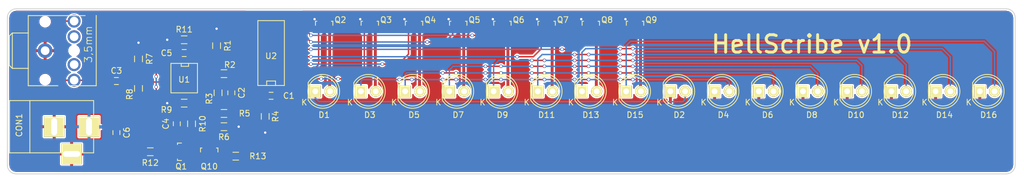
<source format=kicad_pcb>
(kicad_pcb (version 4) (host pcbnew 4.0.2-stable)
  (layers (0 F.Cu signal) (31 B.Cu signal) (34 B.Paste user) (35 F.Paste user) (36 B.SilkS user) (37 F.SilkS user) (38 B.Mask user) (39 F.Mask user) (44 Edge.Cuts user))
  (net 0 "")
  (net 1 VDD)
  (net 2 GND)
  (net 3 "Net-(C2-Pad2)")
  (net 4 "Net-(C3-Pad1)")
  (net 5 "Net-(C3-Pad2)")
  (net 6 "Net-(C4-Pad2)")
  (net 7 "Net-(C5-Pad2)")
  (net 8 +12V)
  (net 9 "Net-(D1-Pad1)")
  (net 10 "Net-(D1-Pad2)")
  (net 11 "Net-(D10-Pad1)")
  (net 12 "Net-(D3-Pad1)")
  (net 13 "Net-(D3-Pad2)")
  (net 14 "Net-(D5-Pad1)")
  (net 15 "Net-(D5-Pad2)")
  (net 16 "Net-(D7-Pad1)")
  (net 17 "Net-(D7-Pad2)")
  (net 18 "Net-(D10-Pad2)")
  (net 19 "Net-(D9-Pad2)")
  (net 20 "Net-(D11-Pad1)")
  (net 21 "Net-(D11-Pad2)")
  (net 22 "Net-(D13-Pad1)")
  (net 23 "Net-(D13-Pad2)")
  (net 24 "Net-(D15-Pad1)")
  (net 25 "Net-(D15-Pad2)")
  (net 26 "Net-(J1-Pad3)")
  (net 27 "Net-(J1-Pad4)")
  (net 28 "Net-(Q1-Pad1)")
  (net 29 "Net-(Q2-Pad1)")
  (net 30 "Net-(Q3-Pad1)")
  (net 31 "Net-(Q4-Pad1)")
  (net 32 "Net-(Q5-Pad1)")
  (net 33 "Net-(Q6-Pad1)")
  (net 34 "Net-(Q7-Pad1)")
  (net 35 "Net-(Q8-Pad1)")
  (net 36 "Net-(Q9-Pad1)")
  (net 37 "Net-(R1-Pad2)")
  (net 38 "Net-(R3-Pad1)")
  (net 39 "Net-(U2-Pad12)")
  (net 40 "Net-(Q1-Pad3)")
  (module Capacitors_SMD:C_0603_HandSoldering (layer F.Cu) (at 78.486 113.03)
    (fp_text reference C1 (at 3.048 0) (layer F.SilkS))
    (fp_text value 0.1uF)
    (pad 1 smd rect (at -0.95 0) (size 1.2 0.75) (layers F.Cu F.Paste F.Mask) (net 1 VDD))
    (pad 2 smd rect (at 0.95 0) (size 1.2 0.75) (layers F.Cu F.Paste F.Mask) (net 2 GND))
  )
  (module Capacitors_SMD:C_0603_HandSoldering (layer F.Cu) (at 71.628 112.522 90)
    (fp_text reference C2 (at 0 1.778 90) (layer F.SilkS))
    (fp_text value 2.2nF)
    (pad 1 smd rect (at -0.95 0 90) (size 1.2 0.75) (layers F.Cu F.Paste F.Mask) (net 2 GND))
    (pad 2 smd rect (at 0.95 0 90) (size 1.2 0.75) (layers F.Cu F.Paste F.Mask) (net 3 "Net-(C2-Pad2)"))
  )
  (module Capacitors_SMD:C_0603_HandSoldering (layer F.Cu) (at 51.816 110.49 180)
    (fp_text reference C3 (at 0 1.778 180) (layer F.SilkS))
    (fp_text value 0.1uF)
    (pad 1 smd rect (at -0.95 0 180) (size 1.2 0.75) (layers F.Cu F.Paste F.Mask) (net 4 "Net-(C3-Pad1)"))
    (pad 2 smd rect (at 0.95 0 180) (size 1.2 0.75) (layers F.Cu F.Paste F.Mask) (net 5 "Net-(C3-Pad2)"))
  )
  (module Capacitors_SMD:C_0603_HandSoldering (layer F.Cu) (at 62.23 117.856 90)
    (fp_text reference C4 (at 0 -1.9 90) (layer F.SilkS))
    (fp_text value 0.1uF)
    (pad 1 smd rect (at -0.95 0 90) (size 1.2 0.75) (layers F.Cu F.Paste F.Mask) (net 2 GND))
    (pad 2 smd rect (at 0.95 0 90) (size 1.2 0.75) (layers F.Cu F.Paste F.Mask) (net 6 "Net-(C4-Pad2)"))
  )
  (module Capacitors_SMD:C_0603_HandSoldering (layer F.Cu) (at 63.5 105.664)
    (fp_text reference C5 (at -3.048 0) (layer F.SilkS))
    (fp_text value 0.1uF)
    (pad 1 smd rect (at -0.95 0) (size 1.2 0.75) (layers F.Cu F.Paste F.Mask) (net 2 GND))
    (pad 2 smd rect (at 0.95 0) (size 1.2 0.75) (layers F.Cu F.Paste F.Mask) (net 7 "Net-(C5-Pad2)"))
  )
  (module Capacitors_SMD:C_0603_HandSoldering (layer F.Cu) (at 51.816 119.38 90)
    (fp_text reference C6 (at 0 1.778 90) (layer F.SilkS))
    (fp_text value 0.1uF)
    (pad 1 smd rect (at -0.95 0 90) (size 1.2 0.75) (layers F.Cu F.Paste F.Mask) (net 2 GND))
    (pad 2 smd rect (at 0.95 0 90) (size 1.2 0.75) (layers F.Cu F.Paste F.Mask) (net 8 +12V))
  )
  (module Connect:BARREL_JACK (layer F.Cu) (at 40.894 118.364)
    (fp_text reference CON1 (at -5.842 -0.254 270) (layer F.SilkS))
    (fp_text value +12v)
    (pad 1 thru_hole rect (at 6.20014 0) (size 3.50012 3.50012) (drill oval 1.00076 2.99974) (layers *.Cu *.Mask F.SilkS) (net 8 +12V))
    (pad 2 thru_hole rect (at 0.20066 0) (size 3.50012 3.50012) (drill oval 1.00076 2.99974) (layers *.Cu *.Mask F.SilkS) (net 2 GND))
    (pad 3 thru_hole rect (at 3.2004 4.699) (size 3.50012 3.50012) (drill oval 2.99974 1.00076) (layers *.Cu *.Mask F.SilkS) (net 2 GND))
  )
  (module LEDs:LED-5MM (layer F.Cu) (at 86.106 112.268)
    (fp_text reference D1 (at 1.524 4.064) (layer F.SilkS))
    (fp_text value LED)
    (fp_text user K (at -1.905 1.905) (layer F.SilkS))
    (pad 1 thru_hole rect (at 0 0 90) (size 2 1.9) (drill 1.00076) (layers *.Cu *.Mask F.SilkS) (net 9 "Net-(D1-Pad1)"))
    (pad 2 thru_hole circle (at 2.54 0) (size 1.9 1.9) (drill 1.00076) (layers *.Cu *.Mask F.SilkS) (net 10 "Net-(D1-Pad2)"))
  )
  (module LEDs:LED-5MM (layer F.Cu) (at 147.32 112.268)
    (fp_text reference D2 (at 1.524 4.064) (layer F.SilkS))
    (fp_text value LED)
    (fp_text user K (at -1.905 1.905) (layer F.SilkS))
    (pad 1 thru_hole rect (at 0 0 90) (size 2 1.9) (drill 1.00076) (layers *.Cu *.Mask F.SilkS) (net 11 "Net-(D10-Pad1)"))
    (pad 2 thru_hole circle (at 2.54 0) (size 1.9 1.9) (drill 1.00076) (layers *.Cu *.Mask F.SilkS) (net 9 "Net-(D1-Pad1)"))
  )
  (module LEDs:LED-5MM (layer F.Cu) (at 93.98 112.268)
    (fp_text reference D3 (at 1.524 4.064) (layer F.SilkS))
    (fp_text value LED)
    (fp_text user K (at -1.905 1.905) (layer F.SilkS))
    (pad 1 thru_hole rect (at 0 0 90) (size 2 1.9) (drill 1.00076) (layers *.Cu *.Mask F.SilkS) (net 12 "Net-(D3-Pad1)"))
    (pad 2 thru_hole circle (at 2.54 0) (size 1.9 1.9) (drill 1.00076) (layers *.Cu *.Mask F.SilkS) (net 13 "Net-(D3-Pad2)"))
  )
  (module LEDs:LED-5MM (layer F.Cu) (at 154.94 112.268)
    (fp_text reference D4 (at 1.524 4.064) (layer F.SilkS))
    (fp_text value LED)
    (fp_text user K (at -1.905 1.905) (layer F.SilkS))
    (pad 1 thru_hole rect (at 0 0 90) (size 2 1.9) (drill 1.00076) (layers *.Cu *.Mask F.SilkS) (net 11 "Net-(D10-Pad1)"))
    (pad 2 thru_hole circle (at 2.54 0) (size 1.9 1.9) (drill 1.00076) (layers *.Cu *.Mask F.SilkS) (net 12 "Net-(D3-Pad1)"))
  )
  (module LEDs:LED-5MM (layer F.Cu) (at 101.6 112.268)
    (fp_text reference D5 (at 1.524 4.064) (layer F.SilkS))
    (fp_text value LED)
    (fp_text user K (at -1.905 1.905) (layer F.SilkS))
    (pad 1 thru_hole rect (at 0 0 90) (size 2 1.9) (drill 1.00076) (layers *.Cu *.Mask F.SilkS) (net 14 "Net-(D5-Pad1)"))
    (pad 2 thru_hole circle (at 2.54 0) (size 1.9 1.9) (drill 1.00076) (layers *.Cu *.Mask F.SilkS) (net 15 "Net-(D5-Pad2)"))
  )
  (module LEDs:LED-5MM (layer F.Cu) (at 162.56 112.268)
    (fp_text reference D6 (at 1.524 4.064) (layer F.SilkS))
    (fp_text value LED)
    (fp_text user K (at -1.905 1.905) (layer F.SilkS))
    (pad 1 thru_hole rect (at 0 0 90) (size 2 1.9) (drill 1.00076) (layers *.Cu *.Mask F.SilkS) (net 11 "Net-(D10-Pad1)"))
    (pad 2 thru_hole circle (at 2.54 0) (size 1.9 1.9) (drill 1.00076) (layers *.Cu *.Mask F.SilkS) (net 14 "Net-(D5-Pad1)"))
  )
  (module LEDs:LED-5MM (layer F.Cu) (at 109.22 112.268)
    (fp_text reference D7 (at 1.524 4.064) (layer F.SilkS))
    (fp_text value LED)
    (fp_text user K (at -1.905 1.905) (layer F.SilkS))
    (pad 1 thru_hole rect (at 0 0 90) (size 2 1.9) (drill 1.00076) (layers *.Cu *.Mask F.SilkS) (net 16 "Net-(D7-Pad1)"))
    (pad 2 thru_hole circle (at 2.54 0) (size 1.9 1.9) (drill 1.00076) (layers *.Cu *.Mask F.SilkS) (net 17 "Net-(D7-Pad2)"))
  )
  (module LEDs:LED-5MM (layer F.Cu) (at 170.18 112.268)
    (fp_text reference D8 (at 1.524 4.064) (layer F.SilkS))
    (fp_text value LED)
    (fp_text user K (at -1.905 1.905) (layer F.SilkS))
    (pad 1 thru_hole rect (at 0 0 90) (size 2 1.9) (drill 1.00076) (layers *.Cu *.Mask F.SilkS) (net 11 "Net-(D10-Pad1)"))
    (pad 2 thru_hole circle (at 2.54 0) (size 1.9 1.9) (drill 1.00076) (layers *.Cu *.Mask F.SilkS) (net 16 "Net-(D7-Pad1)"))
  )
  (module LEDs:LED-5MM (layer F.Cu) (at 116.84 112.268)
    (fp_text reference D9 (at 1.524 4.064) (layer F.SilkS))
    (fp_text value LED)
    (fp_text user K (at -1.905 1.905) (layer F.SilkS))
    (pad 1 thru_hole rect (at 0 0 90) (size 2 1.9) (drill 1.00076) (layers *.Cu *.Mask F.SilkS) (net 18 "Net-(D10-Pad2)"))
    (pad 2 thru_hole circle (at 2.54 0) (size 1.9 1.9) (drill 1.00076) (layers *.Cu *.Mask F.SilkS) (net 19 "Net-(D9-Pad2)"))
  )
  (module LEDs:LED-5MM (layer F.Cu) (at 177.8 112.268)
    (fp_text reference D10 (at 1.524 4.064) (layer F.SilkS))
    (fp_text value LED)
    (fp_text user K (at -1.905 1.905) (layer F.SilkS))
    (pad 1 thru_hole rect (at 0 0 90) (size 2 1.9) (drill 1.00076) (layers *.Cu *.Mask F.SilkS) (net 11 "Net-(D10-Pad1)"))
    (pad 2 thru_hole circle (at 2.54 0) (size 1.9 1.9) (drill 1.00076) (layers *.Cu *.Mask F.SilkS) (net 18 "Net-(D10-Pad2)"))
  )
  (module LEDs:LED-5MM (layer F.Cu) (at 124.46 112.268)
    (fp_text reference D11 (at 1.524 4.064) (layer F.SilkS))
    (fp_text value LED)
    (fp_text user K (at -1.905 1.905) (layer F.SilkS))
    (pad 1 thru_hole rect (at 0 0 90) (size 2 1.9) (drill 1.00076) (layers *.Cu *.Mask F.SilkS) (net 20 "Net-(D11-Pad1)"))
    (pad 2 thru_hole circle (at 2.54 0) (size 1.9 1.9) (drill 1.00076) (layers *.Cu *.Mask F.SilkS) (net 21 "Net-(D11-Pad2)"))
  )
  (module LEDs:LED-5MM (layer F.Cu) (at 185.42 112.268)
    (fp_text reference D12 (at 1.524 4.064) (layer F.SilkS))
    (fp_text value LED)
    (fp_text user K (at -1.905 1.905) (layer F.SilkS))
    (pad 1 thru_hole rect (at 0 0 90) (size 2 1.9) (drill 1.00076) (layers *.Cu *.Mask F.SilkS) (net 11 "Net-(D10-Pad1)"))
    (pad 2 thru_hole circle (at 2.54 0) (size 1.9 1.9) (drill 1.00076) (layers *.Cu *.Mask F.SilkS) (net 20 "Net-(D11-Pad1)"))
  )
  (module LEDs:LED-5MM (layer F.Cu) (at 132.08 112.268)
    (fp_text reference D13 (at 1.524 4.064) (layer F.SilkS))
    (fp_text value LED)
    (fp_text user K (at -1.905 1.905) (layer F.SilkS))
    (pad 1 thru_hole rect (at 0 0 90) (size 2 1.9) (drill 1.00076) (layers *.Cu *.Mask F.SilkS) (net 22 "Net-(D13-Pad1)"))
    (pad 2 thru_hole circle (at 2.54 0) (size 1.9 1.9) (drill 1.00076) (layers *.Cu *.Mask F.SilkS) (net 23 "Net-(D13-Pad2)"))
  )
  (module LEDs:LED-5MM (layer F.Cu) (at 193.04 112.268)
    (fp_text reference D14 (at 1.524 4.064) (layer F.SilkS))
    (fp_text value LED)
    (fp_text user K (at -1.905 1.905) (layer F.SilkS))
    (pad 1 thru_hole rect (at 0 0 90) (size 2 1.9) (drill 1.00076) (layers *.Cu *.Mask F.SilkS) (net 11 "Net-(D10-Pad1)"))
    (pad 2 thru_hole circle (at 2.54 0) (size 1.9 1.9) (drill 1.00076) (layers *.Cu *.Mask F.SilkS) (net 22 "Net-(D13-Pad1)"))
  )
  (module LEDs:LED-5MM (layer F.Cu) (at 139.7 112.268)
    (fp_text reference D15 (at 1.524 4.064) (layer F.SilkS))
    (fp_text value LED)
    (fp_text user K (at -1.905 1.905) (layer F.SilkS))
    (pad 1 thru_hole rect (at 0 0 90) (size 2 1.9) (drill 1.00076) (layers *.Cu *.Mask F.SilkS) (net 24 "Net-(D15-Pad1)"))
    (pad 2 thru_hole circle (at 2.54 0) (size 1.9 1.9) (drill 1.00076) (layers *.Cu *.Mask F.SilkS) (net 25 "Net-(D15-Pad2)"))
  )
  (module LEDs:LED-5MM (layer F.Cu) (at 200.66 112.268)
    (fp_text reference D16 (at 1.524 4.064) (layer F.SilkS))
    (fp_text value LED)
    (fp_text user K (at -1.905 1.905) (layer F.SilkS))
    (pad 1 thru_hole rect (at 0 0 90) (size 2 1.9) (drill 1.00076) (layers *.Cu *.Mask F.SilkS) (net 11 "Net-(D10-Pad1)"))
    (pad 2 thru_hole circle (at 2.54 0) (size 1.9 1.9) (drill 1.00076) (layers *.Cu *.Mask F.SilkS) (net 24 "Net-(D15-Pad1)"))
  )
  (module STX3100-5N:STX3100 (layer F.Cu) (at 36.83 105.156)
    (fp_text reference J1)
    (fp_text value STX-3100-5N)
    (fp_text user 3,5mm (at 10.15492 -0.98044 90) (layer F.SilkS) (effects (font (size 1.27 1.27) (thickness 0.127))))
    (pad Hole np_thru_hole circle (at 2.69748 -4.89966) (size 1.4986 1.4986) (drill 1.4986) (layers *.Cu *.Mask F.SilkS))
    (pad Hole np_thru_hole circle (at 2.69748 5.09778) (size 1.4986 1.4986) (drill 1.4986) (layers *.Cu *.Mask F.SilkS))
    (pad Hole np_thru_hole circle (at 7.69874 0.09906) (size 1.4986 1.4986) (drill 1.4986) (layers *.Cu *.Mask F.SilkS))
    (pad 1 thru_hole oval (at 2.69748 0.09906) (size 2.54 2.54) (drill 1.4986) (layers *.Cu *.Mask) (net 2 GND))
    (pad 3 thru_hole oval (at 7.69874 -2.2987) (size 2.2479 2.2479) (drill 1.4986) (layers *.Cu *.Mask) (net 26 "Net-(J1-Pad3)"))
    (pad 4 thru_hole oval (at 7.69874 2.49936) (size 2.2479 2.2479) (drill 1.4986) (layers *.Cu *.Mask) (net 27 "Net-(J1-Pad4)"))
    (pad 5 thru_hole oval (at 7.69874 5.19938) (size 2.2479 2.2479) (drill 1.4986) (layers *.Cu *.Mask) (net 5 "Net-(C3-Pad2)"))
    (pad 2 thru_hole oval (at 7.69874 -4.99872) (size 2.2479 2.2479) (drill 1.4986) (layers *.Cu *.Mask) (net 5 "Net-(C3-Pad2)"))
  )
  (module TO_SOT_Packages_SMD:SOT-23 (layer F.Cu) (at 87.63 100.838)
    (fp_text reference Q2 (at 2.794 -0.889) (layer F.SilkS))
    (fp_text value Q_PMOS_GSD)
    (pad 1 smd rect (at -0.95 1.00076) (size 0.8001 0.8001) (layers F.Cu F.Paste F.Mask) (net 29 "Net-(Q2-Pad1)"))
    (pad 2 smd rect (at 0.95 1.00076) (size 0.8001 0.8001) (layers F.Cu F.Paste F.Mask) (net 10 "Net-(D1-Pad2)"))
    (pad 3 smd rect (at 0 -0.99822) (size 0.8001 0.8001) (layers F.Cu F.Paste F.Mask) (net 8 +12V))
  )
  (module TO_SOT_Packages_SMD:SOT-23 (layer F.Cu) (at 95.504 100.838)
    (fp_text reference Q3 (at 2.794 -0.889) (layer F.SilkS))
    (fp_text value Q_PMOS_GSD)
    (pad 1 smd rect (at -0.95 1.00076) (size 0.8001 0.8001) (layers F.Cu F.Paste F.Mask) (net 30 "Net-(Q3-Pad1)"))
    (pad 2 smd rect (at 0.95 1.00076) (size 0.8001 0.8001) (layers F.Cu F.Paste F.Mask) (net 13 "Net-(D3-Pad2)"))
    (pad 3 smd rect (at 0 -0.99822) (size 0.8001 0.8001) (layers F.Cu F.Paste F.Mask) (net 8 +12V))
  )
  (module TO_SOT_Packages_SMD:SOT-23 (layer F.Cu) (at 103.124 100.838)
    (fp_text reference Q4 (at 2.794 -0.889) (layer F.SilkS))
    (fp_text value Q_PMOS_GSD)
    (pad 1 smd rect (at -0.95 1.00076) (size 0.8001 0.8001) (layers F.Cu F.Paste F.Mask) (net 31 "Net-(Q4-Pad1)"))
    (pad 2 smd rect (at 0.95 1.00076) (size 0.8001 0.8001) (layers F.Cu F.Paste F.Mask) (net 15 "Net-(D5-Pad2)"))
    (pad 3 smd rect (at 0 -0.99822) (size 0.8001 0.8001) (layers F.Cu F.Paste F.Mask) (net 8 +12V))
  )
  (module TO_SOT_Packages_SMD:SOT-23 (layer F.Cu) (at 110.744 100.838)
    (fp_text reference Q5 (at 2.794 -0.889) (layer F.SilkS))
    (fp_text value Q_PMOS_GSD)
    (pad 1 smd rect (at -0.95 1.00076) (size 0.8001 0.8001) (layers F.Cu F.Paste F.Mask) (net 32 "Net-(Q5-Pad1)"))
    (pad 2 smd rect (at 0.95 1.00076) (size 0.8001 0.8001) (layers F.Cu F.Paste F.Mask) (net 17 "Net-(D7-Pad2)"))
    (pad 3 smd rect (at 0 -0.99822) (size 0.8001 0.8001) (layers F.Cu F.Paste F.Mask) (net 8 +12V))
  )
  (module TO_SOT_Packages_SMD:SOT-23 (layer F.Cu) (at 118.364 100.838)
    (fp_text reference Q6 (at 2.794 -0.889) (layer F.SilkS))
    (fp_text value Q_PMOS_GSD)
    (pad 1 smd rect (at -0.95 1.00076) (size 0.8001 0.8001) (layers F.Cu F.Paste F.Mask) (net 33 "Net-(Q6-Pad1)"))
    (pad 2 smd rect (at 0.95 1.00076) (size 0.8001 0.8001) (layers F.Cu F.Paste F.Mask) (net 19 "Net-(D9-Pad2)"))
    (pad 3 smd rect (at 0 -0.99822) (size 0.8001 0.8001) (layers F.Cu F.Paste F.Mask) (net 8 +12V))
  )
  (module TO_SOT_Packages_SMD:SOT-23 (layer F.Cu) (at 125.984 100.838)
    (fp_text reference Q7 (at 2.794 -0.889) (layer F.SilkS))
    (fp_text value Q_PMOS_GSD)
    (pad 1 smd rect (at -0.95 1.00076) (size 0.8001 0.8001) (layers F.Cu F.Paste F.Mask) (net 34 "Net-(Q7-Pad1)"))
    (pad 2 smd rect (at 0.95 1.00076) (size 0.8001 0.8001) (layers F.Cu F.Paste F.Mask) (net 21 "Net-(D11-Pad2)"))
    (pad 3 smd rect (at 0 -0.99822) (size 0.8001 0.8001) (layers F.Cu F.Paste F.Mask) (net 8 +12V))
  )
  (module TO_SOT_Packages_SMD:SOT-23 (layer F.Cu) (at 133.604 100.838)
    (fp_text reference Q8 (at 2.794 -0.889) (layer F.SilkS))
    (fp_text value Q_PMOS_GSD)
    (pad 1 smd rect (at -0.95 1.00076) (size 0.8001 0.8001) (layers F.Cu F.Paste F.Mask) (net 35 "Net-(Q8-Pad1)"))
    (pad 2 smd rect (at 0.95 1.00076) (size 0.8001 0.8001) (layers F.Cu F.Paste F.Mask) (net 23 "Net-(D13-Pad2)"))
    (pad 3 smd rect (at 0 -0.99822) (size 0.8001 0.8001) (layers F.Cu F.Paste F.Mask) (net 8 +12V))
  )
  (module TO_SOT_Packages_SMD:SOT-23 (layer F.Cu) (at 141.224 100.838)
    (fp_text reference Q9 (at 2.794 -0.889) (layer F.SilkS))
    (fp_text value Q_PMOS_GSD)
    (pad 1 smd rect (at -0.95 1.00076) (size 0.8001 0.8001) (layers F.Cu F.Paste F.Mask) (net 36 "Net-(Q9-Pad1)"))
    (pad 2 smd rect (at 0.95 1.00076) (size 0.8001 0.8001) (layers F.Cu F.Paste F.Mask) (net 25 "Net-(D15-Pad2)"))
    (pad 3 smd rect (at 0 -0.99822) (size 0.8001 0.8001) (layers F.Cu F.Paste F.Mask) (net 8 +12V))
  )
  (module Resistors_SMD:R_0603_HandSoldering (layer F.Cu) (at 69.088 104.394 270)
    (fp_text reference R1 (at 0 -1.9 270) (layer F.SilkS))
    (fp_text value 1k)
    (pad 1 smd rect (at -1.1 0 270) (size 1.2 0.9) (layers F.Cu F.Paste F.Mask) (net 8 +12V))
    (pad 2 smd rect (at 1.1 0 270) (size 1.2 0.9) (layers F.Cu F.Paste F.Mask) (net 37 "Net-(R1-Pad2)"))
  )
  (module Resistors_SMD:R_0603_HandSoldering (layer F.Cu) (at 70.358 109.22)
    (fp_text reference R2 (at 1.016 -1.524) (layer F.SilkS))
    (fp_text value 2.4M)
    (pad 1 smd rect (at -1.1 0) (size 1.2 0.9) (layers F.Cu F.Paste F.Mask) (net 37 "Net-(R1-Pad2)"))
    (pad 2 smd rect (at 1.1 0) (size 1.2 0.9) (layers F.Cu F.Paste F.Mask) (net 3 "Net-(C2-Pad2)"))
  )
  (module Resistors_SMD:R_0603_HandSoldering (layer F.Cu) (at 69.342 112.522 90)
    (fp_text reference R3 (at -1.016 -1.524 90) (layer F.SilkS))
    (fp_text value 10k)
    (pad 1 smd rect (at -1.1 0 90) (size 1.2 0.9) (layers F.Cu F.Paste F.Mask) (net 38 "Net-(R3-Pad1)"))
    (pad 2 smd rect (at 1.1 0 90) (size 1.2 0.9) (layers F.Cu F.Paste F.Mask) (net 37 "Net-(R1-Pad2)"))
  )
  (module Resistors_SMD:R_0603_HandSoldering (layer F.Cu) (at 77.47 116.586 90)
    (fp_text reference R4 (at 0 1.778 90) (layer F.SilkS))
    (fp_text value 100)
    (pad 1 smd rect (at -1.1 0 90) (size 1.2 0.9) (layers F.Cu F.Paste F.Mask) (net 8 +12V))
    (pad 2 smd rect (at 1.1 0 90) (size 1.2 0.9) (layers F.Cu F.Paste F.Mask) (net 1 VDD))
  )
  (module Resistors_SMD:R_0603_HandSoldering (layer F.Cu) (at 70.358 116.078 180)
    (fp_text reference R5 (at -3.556 0 180) (layer F.SilkS))
    (fp_text value 10k)
    (pad 1 smd rect (at -1.1 0 180) (size 1.2 0.9) (layers F.Cu F.Paste F.Mask) (net 2 GND))
    (pad 2 smd rect (at 1.1 0 180) (size 1.2 0.9) (layers F.Cu F.Paste F.Mask) (net 38 "Net-(R3-Pad1)"))
  )
  (module Resistors_SMD:R_0603_HandSoldering (layer F.Cu) (at 70.358 118.364)
    (fp_text reference R6 (at 0 1.778) (layer F.SilkS))
    (fp_text value 10k)
    (pad 1 smd rect (at -1.1 0) (size 1.2 0.9) (layers F.Cu F.Paste F.Mask) (net 38 "Net-(R3-Pad1)"))
    (pad 2 smd rect (at 1.1 0) (size 1.2 0.9) (layers F.Cu F.Paste F.Mask) (net 8 +12V))
  )
  (module Resistors_SMD:R_0603_HandSoldering (layer F.Cu) (at 55.626 106.68 270)
    (fp_text reference R7 (at 0 -1.9 270) (layer F.SilkS))
    (fp_text value 10k)
    (pad 1 smd rect (at -1.1 0 270) (size 1.2 0.9) (layers F.Cu F.Paste F.Mask) (net 8 +12V))
    (pad 2 smd rect (at 1.1 0 270) (size 1.2 0.9) (layers F.Cu F.Paste F.Mask) (net 4 "Net-(C3-Pad1)"))
  )
  (module Resistors_SMD:R_0603_HandSoldering (layer F.Cu) (at 55.626 111.76 270)
    (fp_text reference R8 (at 1.016 1.524 270) (layer F.SilkS))
    (fp_text value 10k)
    (pad 1 smd rect (at -1.1 0 270) (size 1.2 0.9) (layers F.Cu F.Paste F.Mask) (net 4 "Net-(C3-Pad1)"))
    (pad 2 smd rect (at 1.1 0 270) (size 1.2 0.9) (layers F.Cu F.Paste F.Mask) (net 2 GND))
  )
  (module Resistors_SMD:R_0603_HandSoldering (layer F.Cu) (at 63.5 114.3 180)
    (fp_text reference R9 (at 3.048 -1.143 180) (layer F.SilkS))
    (fp_text value 10k)
    (pad 1 smd rect (at -1.1 0 180) (size 1.2 0.9) (layers F.Cu F.Paste F.Mask) (net 6 "Net-(C4-Pad2)"))
    (pad 2 smd rect (at 1.1 0 180) (size 1.2 0.9) (layers F.Cu F.Paste F.Mask) (net 8 +12V))
  )
  (module Resistors_SMD:R_0603_HandSoldering (layer F.Cu) (at 64.77 117.856 270)
    (fp_text reference R10 (at 0 -1.9 270) (layer F.SilkS))
    (fp_text value 11k)
    (pad 1 smd rect (at -1.1 0 270) (size 1.2 0.9) (layers F.Cu F.Paste F.Mask) (net 6 "Net-(C4-Pad2)"))
    (pad 2 smd rect (at 1.1 0 270) (size 1.2 0.9) (layers F.Cu F.Paste F.Mask) (net 2 GND))
  )
  (module Resistors_SMD:R_0603_HandSoldering (layer F.Cu) (at 63.5 103.378)
    (fp_text reference R11 (at 0 -1.778) (layer F.SilkS))
    (fp_text value 100)
    (pad 1 smd rect (at -1.1 0) (size 1.2 0.9) (layers F.Cu F.Paste F.Mask) (net 8 +12V))
    (pad 2 smd rect (at 1.1 0) (size 1.2 0.9) (layers F.Cu F.Paste F.Mask) (net 7 "Net-(C5-Pad2)"))
  )
  (module Resistors_SMD:R_0603_HandSoldering (layer F.Cu) (at 57.658 122.682 180)
    (fp_text reference R12 (at 0 -1.9 180) (layer F.SilkS))
    (fp_text value 2.2k)
    (pad 1 smd rect (at -1.1 0 180) (size 1.2 0.9) (layers F.Cu F.Paste F.Mask) (net 40 "Net-(Q1-Pad3)"))
    (pad 2 smd rect (at 1.1 0 180) (size 1.2 0.9) (layers F.Cu F.Paste F.Mask) (net 8 +12V))
  )
  (module SMD_Packages:SOIC-8-N (layer F.Cu) (at 63.5 109.982 270)
    (fp_text reference U1 (at 0.254 0 360) (layer F.SilkS))
    (fp_text value LM393)
    (pad 8 smd rect (at -1.905 -3.175 270) (size 0.508 1.143) (layers F.Cu F.Paste F.Mask) (net 7 "Net-(C5-Pad2)"))
    (pad 7 smd rect (at -0.635 -3.175 270) (size 0.508 1.143) (layers F.Cu F.Paste F.Mask) (net 37 "Net-(R1-Pad2)"))
    (pad 6 smd rect (at 0.635 -3.175 270) (size 0.508 1.143) (layers F.Cu F.Paste F.Mask) (net 3 "Net-(C2-Pad2)"))
    (pad 5 smd rect (at 1.905 -3.175 270) (size 0.508 1.143) (layers F.Cu F.Paste F.Mask) (net 38 "Net-(R3-Pad1)"))
    (pad 4 smd rect (at 1.905 3.175 270) (size 0.508 1.143) (layers F.Cu F.Paste F.Mask) (net 2 GND))
    (pad 3 smd rect (at 0.635 3.175 270) (size 0.508 1.143) (layers F.Cu F.Paste F.Mask) (net 4 "Net-(C3-Pad1)"))
    (pad 2 smd rect (at -0.635 3.175 270) (size 0.508 1.143) (layers F.Cu F.Paste F.Mask) (net 6 "Net-(C4-Pad2)"))
    (pad 1 smd rect (at -1.905 3.175 270) (size 0.508 1.143) (layers F.Cu F.Paste F.Mask) (net 40 "Net-(Q1-Pad3)"))
  )
  (module SMD_Packages:SO-16-N (layer F.Cu) (at 78.486 105.664 90)
    (fp_text reference U2 (at -0.508 0 360) (layer F.SilkS))
    (fp_text value CD4022)
    (pad 16 smd rect (at -4.445 -3.175 90) (size 0.508 1.143) (layers F.Cu F.Paste F.Mask) (net 1 VDD))
    (pad 14 smd rect (at -1.905 -3.175 90) (size 0.508 1.143) (layers F.Cu F.Paste F.Mask) (net 37 "Net-(R1-Pad2)"))
    (pad 13 smd rect (at -0.635 -3.175 90) (size 0.508 1.143) (layers F.Cu F.Paste F.Mask) (net 2 GND))
    (pad 12 smd rect (at 0.635 -3.175 90) (size 0.508 1.143) (layers F.Cu F.Paste F.Mask) (net 39 "Net-(U2-Pad12)"))
    (pad 11 smd rect (at 1.905 -3.175 90) (size 0.508 1.143) (layers F.Cu F.Paste F.Mask) (net 33 "Net-(Q6-Pad1)"))
    (pad 10 smd rect (at 3.175 -3.175 90) (size 0.508 1.143) (layers F.Cu F.Paste F.Mask) (net 36 "Net-(Q9-Pad1)"))
    (pad 9 smd rect (at 4.445 -3.175 90) (size 0.508 1.143) (layers F.Cu F.Paste F.Mask))
    (pad 8 smd rect (at 4.445 3.175 90) (size 0.508 1.143) (layers F.Cu F.Paste F.Mask) (net 2 GND))
    (pad 7 smd rect (at 3.175 3.175 90) (size 0.508 1.143) (layers F.Cu F.Paste F.Mask) (net 32 "Net-(Q5-Pad1)"))
    (pad 6 smd rect (at 1.905 3.175 90) (size 0.508 1.143) (layers F.Cu F.Paste F.Mask))
    (pad 5 smd rect (at 0.635 3.175 90) (size 0.508 1.143) (layers F.Cu F.Paste F.Mask) (net 35 "Net-(Q8-Pad1)"))
    (pad 4 smd rect (at -0.635 3.175 90) (size 0.508 1.143) (layers F.Cu F.Paste F.Mask) (net 34 "Net-(Q7-Pad1)"))
    (pad 3 smd rect (at -1.905 3.175 90) (size 0.508 1.143) (layers F.Cu F.Paste F.Mask) (net 31 "Net-(Q4-Pad1)"))
    (pad 2 smd rect (at -3.175 3.175 90) (size 0.508 1.143) (layers F.Cu F.Paste F.Mask) (net 29 "Net-(Q2-Pad1)"))
    (pad 1 smd rect (at -4.445 3.175 90) (size 0.508 1.143) (layers F.Cu F.Paste F.Mask) (net 30 "Net-(Q3-Pad1)"))
    (pad 15 smd rect (at -3.175 -3.175 90) (size 0.508 1.143) (layers F.Cu F.Paste F.Mask) (net 2 GND))
  )
  (module SOT-23 (layer F.Cu) (at 67.818 122.682)
    (fp_text reference Q10 (at 0 2.54) (layer F.SilkS))
    (fp_text value 2N3904)
    (pad 1 smd rect (at -0.95 1.00076) (size 0.8001 0.8001) (layers F.Cu F.Paste F.Mask) (net 40 "Net-(Q1-Pad3)"))
    (pad 2 smd rect (at 0.95 1.00076) (size 0.8001 0.8001) (layers F.Cu F.Paste F.Mask) (net 28 "Net-(Q1-Pad1)"))
    (pad 3 smd rect (at 0 -0.99822) (size 0.8001 0.8001) (layers F.Cu F.Paste F.Mask) (net 11 "Net-(D10-Pad1)"))
  )
  (module Resistors_SMD:R_0603_HandSoldering (layer F.Cu) (at 72.39 123.444)
    (fp_text reference R13 (at 3.81 0) (layer F.SilkS))
    (fp_text value 10)
    (pad 1 smd rect (at -1.1 0) (size 1.2 0.9) (layers F.Cu F.Paste F.Mask) (net 28 "Net-(Q1-Pad1)"))
    (pad 2 smd rect (at 1.1 0) (size 1.2 0.9) (layers F.Cu F.Paste F.Mask) (net 2 GND))
  )
  (module SOT-23 (layer F.Cu) (at 62.992 122.682 90)
    (fp_text reference Q1 (at -2.54 0 180) (layer F.SilkS))
    (fp_text value 2N3904)
    (pad 1 smd rect (at -0.95 1.00076 90) (size 0.8001 0.8001) (layers F.Cu F.Paste F.Mask) (net 28 "Net-(Q1-Pad1)"))
    (pad 2 smd rect (at 0.95 1.00076 90) (size 0.8001 0.8001) (layers F.Cu F.Paste F.Mask) (net 2 GND))
    (pad 3 smd rect (at 0 -0.99822 90) (size 0.8001 0.8001) (layers F.Cu F.Paste F.Mask) (net 40 "Net-(Q1-Pad3)"))
  )
  (gr_text "HellScribe v1.0" (at 171.704 104.14) (layer F.SilkS) (effects (font (size 3 3) (thickness 0.5))))
  (gr_line (start 34.544 126.492) (end 205.232 126.492) (angle 90) (layer Edge.Cuts) (width 0.15))
  (gr_line (start 33.02 99.568) (end 33.02 124.968) (angle 90) (layer Edge.Cuts) (width 0.15))
  (gr_arc (start 34.544 124.968) (end 34.544 126.492) (angle 90) (layer Edge.Cuts) (width 0.15))
  (gr_line (start 34.544 98.044) (end 205.232 98.044) (angle 90) (layer Edge.Cuts) (width 0.15))
  (gr_arc (start 34.544 99.568) (end 33.02 99.568) (angle 90) (layer Edge.Cuts) (width 0.15))
  (gr_line (start 206.756 124.968) (end 206.756 99.568) (angle 90) (layer Edge.Cuts) (width 0.15))
  (gr_arc (start 205.232 124.968) (end 206.756 124.968) (angle 90) (layer Edge.Cuts) (width 0.15))
  (gr_arc (start 205.232 99.568) (end 205.232 98.044) (angle 90) (layer Edge.Cuts) (width 0.15))
  (segment (start 77.536 113.03) (end 75.946 113.03) (width 0.5) (layer F.Cu) (net 1))
  (segment (start 75.311 112.395) (end 75.311 110.109) (width 0.5) (layer F.Cu) (net 1))
  (segment (start 75.946 113.03) (end 75.311 112.395) (width 0.5) (layer F.Cu) (net 1))
  (segment (start 77.47 115.486) (end 77.47 113.096) (width 0.5) (layer F.Cu) (net 1))
  (segment (start 77.47 113.096) (end 77.536 113.03) (width 0.5) (layer F.Cu) (net 1))
  (segment (start 71.628 111.572) (end 71.628 112.268) (width 0.25) (layer F.Cu) (net 3))
  (segment (start 67.945 110.617) (end 66.675 110.617) (width 0.25) (layer F.Cu) (net 3))
  (segment (start 68.326 110.998) (end 67.945 110.617) (width 0.25) (layer F.Cu) (net 3))
  (segment (start 68.326 112.268) (end 68.326 110.998) (width 0.25) (layer F.Cu) (net 3))
  (segment (start 68.58 112.522) (end 68.326 112.268) (width 0.25) (layer F.Cu) (net 3))
  (segment (start 71.374 112.522) (end 68.58 112.522) (width 0.25) (layer F.Cu) (net 3))
  (segment (start 71.628 112.268) (end 71.374 112.522) (width 0.25) (layer F.Cu) (net 3))
  (segment (start 71.458 109.22) (end 71.458 111.402) (width 0.25) (layer F.Cu) (net 3))
  (segment (start 71.458 111.402) (end 71.628 111.572) (width 0.25) (layer F.Cu) (net 3))
  (segment (start 55.626 110.66) (end 60.282 110.66) (width 0.25) (layer F.Cu) (net 4))
  (segment (start 60.282 110.66) (end 60.325 110.617) (width 0.25) (layer F.Cu) (net 4))
  (segment (start 55.626 107.78) (end 55.626 110.66) (width 0.25) (layer F.Cu) (net 4))
  (segment (start 52.766 110.49) (end 55.456 110.49) (width 0.25) (layer F.Cu) (net 4))
  (segment (start 55.456 110.49) (end 55.626 110.66) (width 0.25) (layer F.Cu) (net 4))
  (segment (start 44.52874 100.15728) (end 42.71772 100.15728) (width 0.25) (layer F.Cu) (net 5))
  (segment (start 42.91838 110.35538) (end 44.52874 110.35538) (width 0.25) (layer F.Cu) (net 5))
  (segment (start 42.291 109.728) (end 42.91838 110.35538) (width 0.25) (layer F.Cu) (net 5))
  (segment (start 42.291 100.584) (end 42.291 109.728) (width 0.25) (layer F.Cu) (net 5))
  (segment (start 42.71772 100.15728) (end 42.291 100.584) (width 0.25) (layer F.Cu) (net 5))
  (segment (start 44.52874 110.35538) (end 50.73138 110.35538) (width 0.25) (layer F.Cu) (net 5))
  (segment (start 50.73138 110.35538) (end 50.866 110.49) (width 0.25) (layer F.Cu) (net 5))
  (segment (start 64.77 116.756) (end 62.38 116.756) (width 0.25) (layer F.Cu) (net 6))
  (segment (start 62.38 116.756) (end 62.23 116.906) (width 0.25) (layer F.Cu) (net 6))
  (segment (start 64.6 114.3) (end 64.6 116.586) (width 0.25) (layer F.Cu) (net 6))
  (segment (start 64.6 116.586) (end 64.77 116.756) (width 0.25) (layer F.Cu) (net 6))
  (segment (start 64.6 114.3) (end 64.6 110.066) (width 0.25) (layer F.Cu) (net 6))
  (segment (start 63.881 109.347) (end 60.325 109.347) (width 0.25) (layer F.Cu) (net 6))
  (segment (start 64.6 110.066) (end 63.881 109.347) (width 0.25) (layer F.Cu) (net 6))
  (segment (start 64.45 105.664) (end 66.04 105.664) (width 0.5) (layer F.Cu) (net 7))
  (segment (start 66.675 106.299) (end 66.675 108.077) (width 0.5) (layer F.Cu) (net 7))
  (segment (start 66.04 105.664) (end 66.675 106.299) (width 0.5) (layer F.Cu) (net 7))
  (segment (start 64.6 103.378) (end 64.6 105.514) (width 0.5) (layer F.Cu) (net 7))
  (segment (start 64.6 105.514) (end 64.45 105.664) (width 0.5) (layer F.Cu) (net 7))
  (segment (start 64.45 103.528) (end 64.6 103.378) (width 0.25) (layer F.Cu) (net 7))
  (segment (start 64.346 105.56) (end 64.45 105.664) (width 0.25) (layer F.Cu) (net 7))
  (segment (start 51.816 118.43) (end 54.61 118.43) (width 0.5) (layer F.Cu) (net 8))
  (segment (start 56.558 119.042) (end 55.946 118.43) (width 0.5) (layer F.Cu) (net 8))
  (segment (start 55.946 118.43) (end 54.61 118.43) (width 0.5) (layer F.Cu) (net 8))
  (segment (start 56.558 119.042) (end 56.558 122.682) (width 0.5) (layer F.Cu) (net 8))
  (segment (start 51.816 118.43) (end 47.16014 118.43) (width 0.5) (layer F.Cu) (net 8))
  (segment (start 47.16014 118.43) (end 47.09414 118.364) (width 0.5) (layer F.Cu) (net 8))
  (segment (start 55.626 105.58) (end 55.626 103.886) (width 0.5) (layer F.Cu) (net 8))
  (via (at 55.626 103.886) (size 0.6) (drill 0.4) (layers F.Cu B.Cu) (net 8))
  (segment (start 62.4 103.378) (end 60.579 103.378) (width 0.5) (layer F.Cu) (net 8))
  (via (at 60.579 103.378) (size 0.6) (drill 0.4) (layers F.Cu B.Cu) (net 8))
  (segment (start 69.088 103.294) (end 69.088 101.473) (width 0.5) (layer F.Cu) (net 8))
  (via (at 69.088 101.473) (size 0.6) (drill 0.4) (layers F.Cu B.Cu) (net 8))
  (segment (start 62.4 114.3) (end 60.579 114.3) (width 0.5) (layer F.Cu) (net 8))
  (via (at 60.579 114.3) (size 0.6) (drill 0.4) (layers F.Cu B.Cu) (net 8))
  (segment (start 77.47 117.686) (end 77.47 119.38) (width 0.5) (layer F.Cu) (net 8))
  (via (at 77.47 119.38) (size 0.6) (drill 0.4) (layers F.Cu B.Cu) (net 8))
  (segment (start 71.458 118.364) (end 72.898 118.364) (width 0.5) (layer F.Cu) (net 8))
  (via (at 72.898 118.364) (size 0.6) (drill 0.4) (layers F.Cu B.Cu) (net 8))
  (segment (start 87.63 99.83978) (end 85.99678 99.83978) (width 0.5) (layer F.Cu) (net 8))
  (via (at 85.979 99.822) (size 0.6) (drill 0.4) (layers F.Cu B.Cu) (net 8))
  (segment (start 85.99678 99.83978) (end 85.979 99.822) (width 0.5) (layer F.Cu) (net 8))
  (segment (start 95.504 99.83978) (end 93.87078 99.83978) (width 0.5) (layer F.Cu) (net 8))
  (via (at 93.853 99.822) (size 0.6) (drill 0.4) (layers F.Cu B.Cu) (net 8))
  (segment (start 93.87078 99.83978) (end 93.853 99.822) (width 0.5) (layer F.Cu) (net 8))
  (segment (start 103.124 99.83978) (end 101.49078 99.83978) (width 0.5) (layer F.Cu) (net 8))
  (via (at 101.473 99.822) (size 0.6) (drill 0.4) (layers F.Cu B.Cu) (net 8))
  (segment (start 101.49078 99.83978) (end 101.473 99.822) (width 0.5) (layer F.Cu) (net 8))
  (segment (start 110.744 99.83978) (end 109.11078 99.83978) (width 0.5) (layer F.Cu) (net 8))
  (via (at 109.093 99.822) (size 0.6) (drill 0.4) (layers F.Cu B.Cu) (net 8))
  (segment (start 109.11078 99.83978) (end 109.093 99.822) (width 0.5) (layer F.Cu) (net 8))
  (segment (start 118.364 99.83978) (end 116.73078 99.83978) (width 0.5) (layer F.Cu) (net 8))
  (via (at 116.713 99.822) (size 0.6) (drill 0.4) (layers F.Cu B.Cu) (net 8))
  (segment (start 116.73078 99.83978) (end 116.713 99.822) (width 0.5) (layer F.Cu) (net 8))
  (segment (start 125.984 99.83978) (end 124.35078 99.83978) (width 0.5) (layer F.Cu) (net 8))
  (via (at 124.333 99.822) (size 0.6) (drill 0.4) (layers F.Cu B.Cu) (net 8))
  (segment (start 124.35078 99.83978) (end 124.333 99.822) (width 0.5) (layer F.Cu) (net 8))
  (segment (start 141.224 99.83978) (end 139.59078 99.83978) (width 0.5) (layer F.Cu) (net 8))
  (via (at 139.573 99.822) (size 0.6) (drill 0.4) (layers F.Cu B.Cu) (net 8))
  (segment (start 139.59078 99.83978) (end 139.573 99.822) (width 0.5) (layer F.Cu) (net 8))
  (segment (start 133.604 99.83978) (end 131.97078 99.83978) (width 0.5) (layer F.Cu) (net 8))
  (via (at 131.953 99.822) (size 0.6) (drill 0.4) (layers F.Cu B.Cu) (net 8))
  (segment (start 131.97078 99.83978) (end 131.953 99.822) (width 0.5) (layer F.Cu) (net 8))
  (segment (start 149.86 112.268) (end 149.86 113.665) (width 0.25) (layer B.Cu) (net 9))
  (segment (start 86.106 113.411) (end 86.106 112.268) (width 0.25) (layer B.Cu) (net 9))
  (segment (start 86.741 114.046) (end 86.106 113.411) (width 0.25) (layer B.Cu) (net 9))
  (segment (start 149.479 114.046) (end 86.741 114.046) (width 0.25) (layer B.Cu) (net 9))
  (segment (start 149.86 113.665) (end 149.479 114.046) (width 0.25) (layer B.Cu) (net 9))
  (segment (start 88.58 101.83876) (end 88.58 112.202) (width 0.5) (layer F.Cu) (net 10))
  (segment (start 88.58 112.202) (end 88.646 112.268) (width 0.5) (layer F.Cu) (net 10))
  (segment (start 192.00622 121.68378) (end 199.62622 121.68378) (width 0.5) (layer F.Cu) (net 11))
  (segment (start 199.62622 121.68378) (end 200.66 120.65) (width 0.5) (layer F.Cu) (net 11))
  (segment (start 184.38622 121.68378) (end 192.00622 121.68378) (width 0.5) (layer F.Cu) (net 11))
  (segment (start 192.00622 121.68378) (end 193.04 120.65) (width 0.5) (layer F.Cu) (net 11))
  (segment (start 176.76622 121.68378) (end 184.38622 121.68378) (width 0.5) (layer F.Cu) (net 11))
  (segment (start 184.38622 121.68378) (end 185.42 120.65) (width 0.5) (layer F.Cu) (net 11))
  (segment (start 169.14622 121.68378) (end 176.76622 121.68378) (width 0.5) (layer F.Cu) (net 11))
  (segment (start 176.76622 121.68378) (end 177.8 120.65) (width 0.5) (layer F.Cu) (net 11))
  (segment (start 161.52622 121.68378) (end 169.14622 121.68378) (width 0.5) (layer F.Cu) (net 11))
  (segment (start 169.14622 121.68378) (end 170.18 120.65) (width 0.5) (layer F.Cu) (net 11))
  (segment (start 153.90622 121.68378) (end 161.52622 121.68378) (width 0.5) (layer F.Cu) (net 11))
  (segment (start 161.52622 121.68378) (end 162.56 120.65) (width 0.5) (layer F.Cu) (net 11))
  (segment (start 146.28622 121.68378) (end 153.90622 121.68378) (width 0.5) (layer F.Cu) (net 11))
  (segment (start 153.90622 121.68378) (end 154.94 120.65) (width 0.5) (layer F.Cu) (net 11))
  (segment (start 67.818 121.68378) (end 146.28622 121.68378) (width 0.5) (layer F.Cu) (net 11))
  (segment (start 146.28622 121.68378) (end 147.32 120.65) (width 0.5) (layer F.Cu) (net 11))
  (segment (start 200.66 112.268) (end 200.66 120.65) (width 0.5) (layer F.Cu) (net 11))
  (segment (start 193.04 112.268) (end 193.04 120.65) (width 0.5) (layer F.Cu) (net 11))
  (segment (start 185.42 112.268) (end 185.42 120.65) (width 0.5) (layer F.Cu) (net 11))
  (segment (start 177.8 112.268) (end 177.8 120.65) (width 0.5) (layer F.Cu) (net 11))
  (segment (start 170.18 112.268) (end 170.18 120.65) (width 0.5) (layer F.Cu) (net 11))
  (segment (start 162.56 112.268) (end 162.56 120.65) (width 0.5) (layer F.Cu) (net 11))
  (segment (start 154.94 112.268) (end 154.94 120.65) (width 0.5) (layer F.Cu) (net 11))
  (segment (start 147.32 112.268) (end 147.32 120.65) (width 0.5) (layer F.Cu) (net 11))
  (segment (start 157.48 112.268) (end 157.48 110.744) (width 0.25) (layer B.Cu) (net 12))
  (segment (start 93.98 110.49) (end 93.98 112.268) (width 0.25) (layer B.Cu) (net 12))
  (segment (start 94.234 110.236) (end 93.98 110.49) (width 0.25) (layer B.Cu) (net 12))
  (segment (start 100.584 110.236) (end 94.234 110.236) (width 0.25) (layer B.Cu) (net 12))
  (via (at 100.584 110.236) (size 0.6) (drill 0.4) (layers F.Cu B.Cu) (net 12))
  (segment (start 102.743 110.236) (end 100.584 110.236) (width 0.25) (layer F.Cu) (net 12))
  (via (at 102.743 110.236) (size 0.6) (drill 0.4) (layers F.Cu B.Cu) (net 12))
  (segment (start 108.077 110.236) (end 102.743 110.236) (width 0.25) (layer B.Cu) (net 12))
  (via (at 108.077 110.236) (size 0.6) (drill 0.4) (layers F.Cu B.Cu) (net 12))
  (segment (start 110.363 110.236) (end 108.077 110.236) (width 0.25) (layer F.Cu) (net 12))
  (via (at 110.363 110.236) (size 0.6) (drill 0.4) (layers F.Cu B.Cu) (net 12))
  (segment (start 115.443 110.236) (end 110.363 110.236) (width 0.25) (layer B.Cu) (net 12))
  (via (at 115.443 110.236) (size 0.6) (drill 0.4) (layers F.Cu B.Cu) (net 12))
  (segment (start 118.11 110.236) (end 115.443 110.236) (width 0.25) (layer F.Cu) (net 12))
  (via (at 118.11 110.236) (size 0.6) (drill 0.4) (layers F.Cu B.Cu) (net 12))
  (segment (start 123.444 110.236) (end 118.11 110.236) (width 0.25) (layer B.Cu) (net 12))
  (via (at 123.444 110.236) (size 0.6) (drill 0.4) (layers F.Cu B.Cu) (net 12))
  (segment (start 125.603 110.236) (end 123.444 110.236) (width 0.25) (layer F.Cu) (net 12))
  (via (at 125.603 110.236) (size 0.6) (drill 0.4) (layers F.Cu B.Cu) (net 12))
  (segment (start 130.81 110.236) (end 125.603 110.236) (width 0.25) (layer B.Cu) (net 12))
  (via (at 130.81 110.236) (size 0.6) (drill 0.4) (layers F.Cu B.Cu) (net 12))
  (segment (start 133.223 110.236) (end 130.81 110.236) (width 0.25) (layer F.Cu) (net 12))
  (via (at 133.223 110.236) (size 0.6) (drill 0.4) (layers F.Cu B.Cu) (net 12))
  (segment (start 138.684 110.236) (end 133.223 110.236) (width 0.25) (layer B.Cu) (net 12))
  (via (at 138.684 110.236) (size 0.6) (drill 0.4) (layers F.Cu B.Cu) (net 12))
  (segment (start 140.843 110.236) (end 138.684 110.236) (width 0.25) (layer F.Cu) (net 12))
  (via (at 140.843 110.236) (size 0.6) (drill 0.4) (layers F.Cu B.Cu) (net 12))
  (segment (start 156.972 110.236) (end 140.843 110.236) (width 0.25) (layer B.Cu) (net 12))
  (segment (start 157.48 110.744) (end 156.972 110.236) (width 0.25) (layer B.Cu) (net 12))
  (segment (start 96.454 101.83876) (end 96.454 112.202) (width 0.5) (layer F.Cu) (net 13))
  (segment (start 96.454 112.202) (end 96.52 112.268) (width 0.5) (layer F.Cu) (net 13))
  (segment (start 165.1 112.268) (end 165.1 109.601) (width 0.25) (layer B.Cu) (net 14))
  (segment (start 101.6 109.347) (end 101.6 112.268) (width 0.25) (layer B.Cu) (net 14))
  (segment (start 101.854 109.093) (end 101.6 109.347) (width 0.25) (layer B.Cu) (net 14))
  (segment (start 102.362 109.093) (end 101.854 109.093) (width 0.25) (layer B.Cu) (net 14))
  (segment (start 108.077 109.093) (end 102.362 109.093) (width 0.25) (layer B.Cu) (net 14))
  (via (at 108.077 109.093) (size 0.6) (drill 0.4) (layers F.Cu B.Cu) (net 14))
  (segment (start 110.363 109.093) (end 108.077 109.093) (width 0.25) (layer F.Cu) (net 14))
  (via (at 110.363 109.093) (size 0.6) (drill 0.4) (layers F.Cu B.Cu) (net 14))
  (segment (start 115.443 109.093) (end 110.363 109.093) (width 0.25) (layer B.Cu) (net 14))
  (via (at 115.443 109.093) (size 0.6) (drill 0.4) (layers F.Cu B.Cu) (net 14))
  (segment (start 118.11 109.093) (end 115.443 109.093) (width 0.25) (layer F.Cu) (net 14))
  (via (at 118.11 109.093) (size 0.6) (drill 0.4) (layers F.Cu B.Cu) (net 14))
  (segment (start 123.444 109.093) (end 118.11 109.093) (width 0.25) (layer B.Cu) (net 14))
  (via (at 123.444 109.093) (size 0.6) (drill 0.4) (layers F.Cu B.Cu) (net 14))
  (segment (start 125.603 109.093) (end 123.444 109.093) (width 0.25) (layer F.Cu) (net 14))
  (via (at 125.603 109.093) (size 0.6) (drill 0.4) (layers F.Cu B.Cu) (net 14))
  (segment (start 130.81 109.093) (end 125.603 109.093) (width 0.25) (layer B.Cu) (net 14))
  (via (at 130.81 109.093) (size 0.6) (drill 0.4) (layers F.Cu B.Cu) (net 14))
  (segment (start 133.223 109.093) (end 130.81 109.093) (width 0.25) (layer F.Cu) (net 14))
  (via (at 133.223 109.093) (size 0.6) (drill 0.4) (layers F.Cu B.Cu) (net 14))
  (segment (start 138.684 109.093) (end 133.223 109.093) (width 0.25) (layer B.Cu) (net 14))
  (via (at 138.684 109.093) (size 0.6) (drill 0.4) (layers F.Cu B.Cu) (net 14))
  (segment (start 140.843 109.093) (end 138.684 109.093) (width 0.25) (layer F.Cu) (net 14))
  (via (at 140.843 109.093) (size 0.6) (drill 0.4) (layers F.Cu B.Cu) (net 14))
  (segment (start 164.592 109.093) (end 140.843 109.093) (width 0.25) (layer B.Cu) (net 14))
  (segment (start 165.1 109.601) (end 164.592 109.093) (width 0.25) (layer B.Cu) (net 14))
  (segment (start 104.074 101.83876) (end 104.074 112.202) (width 0.5) (layer F.Cu) (net 15))
  (segment (start 104.074 112.202) (end 104.14 112.268) (width 0.5) (layer F.Cu) (net 15))
  (segment (start 172.72 112.268) (end 172.72 109.22) (width 0.25) (layer B.Cu) (net 16))
  (segment (start 109.22 108.585) (end 109.22 112.268) (width 0.25) (layer B.Cu) (net 16))
  (segment (start 109.855 107.95) (end 109.22 108.585) (width 0.25) (layer B.Cu) (net 16))
  (segment (start 115.443 107.95) (end 109.855 107.95) (width 0.25) (layer B.Cu) (net 16))
  (via (at 115.443 107.95) (size 0.6) (drill 0.4) (layers F.Cu B.Cu) (net 16))
  (segment (start 118.11 107.95) (end 115.443 107.95) (width 0.25) (layer F.Cu) (net 16))
  (via (at 118.11 107.95) (size 0.6) (drill 0.4) (layers F.Cu B.Cu) (net 16))
  (segment (start 123.444 107.95) (end 118.11 107.95) (width 0.25) (layer B.Cu) (net 16))
  (via (at 123.444 107.95) (size 0.6) (drill 0.4) (layers F.Cu B.Cu) (net 16))
  (segment (start 125.603 107.95) (end 123.444 107.95) (width 0.25) (layer F.Cu) (net 16))
  (via (at 125.603 107.95) (size 0.6) (drill 0.4) (layers F.Cu B.Cu) (net 16))
  (segment (start 130.81 107.95) (end 125.603 107.95) (width 0.25) (layer B.Cu) (net 16))
  (via (at 130.81 107.95) (size 0.6) (drill 0.4) (layers F.Cu B.Cu) (net 16))
  (segment (start 133.223 107.95) (end 130.81 107.95) (width 0.25) (layer F.Cu) (net 16))
  (via (at 133.223 107.95) (size 0.6) (drill 0.4) (layers F.Cu B.Cu) (net 16))
  (segment (start 138.684 107.95) (end 133.223 107.95) (width 0.25) (layer B.Cu) (net 16))
  (via (at 138.684 107.95) (size 0.6) (drill 0.4) (layers F.Cu B.Cu) (net 16))
  (segment (start 140.843 107.95) (end 138.684 107.95) (width 0.25) (layer F.Cu) (net 16))
  (via (at 140.843 107.95) (size 0.6) (drill 0.4) (layers F.Cu B.Cu) (net 16))
  (segment (start 171.45 107.95) (end 140.843 107.95) (width 0.25) (layer B.Cu) (net 16))
  (segment (start 172.72 109.22) (end 171.45 107.95) (width 0.25) (layer B.Cu) (net 16))
  (segment (start 111.694 101.83876) (end 111.694 112.202) (width 0.5) (layer F.Cu) (net 17))
  (segment (start 111.694 112.202) (end 111.76 112.268) (width 0.5) (layer F.Cu) (net 17))
  (segment (start 180.34 112.268) (end 180.34 107.823) (width 0.25) (layer B.Cu) (net 18))
  (segment (start 116.84 107.823) (end 116.84 112.268) (width 0.25) (layer B.Cu) (net 18))
  (segment (start 117.729 106.934) (end 116.84 107.823) (width 0.25) (layer B.Cu) (net 18))
  (segment (start 123.444 106.934) (end 117.729 106.934) (width 0.25) (layer B.Cu) (net 18))
  (via (at 123.444 106.934) (size 0.6) (drill 0.4) (layers F.Cu B.Cu) (net 18))
  (segment (start 125.603 106.934) (end 123.444 106.934) (width 0.25) (layer F.Cu) (net 18))
  (via (at 125.603 106.934) (size 0.6) (drill 0.4) (layers F.Cu B.Cu) (net 18))
  (segment (start 130.81 106.934) (end 125.603 106.934) (width 0.25) (layer B.Cu) (net 18))
  (via (at 130.81 106.934) (size 0.6) (drill 0.4) (layers F.Cu B.Cu) (net 18))
  (segment (start 133.223 106.934) (end 130.81 106.934) (width 0.25) (layer F.Cu) (net 18))
  (via (at 133.223 106.934) (size 0.6) (drill 0.4) (layers F.Cu B.Cu) (net 18))
  (segment (start 138.684 106.934) (end 133.223 106.934) (width 0.25) (layer B.Cu) (net 18))
  (via (at 138.684 106.934) (size 0.6) (drill 0.4) (layers F.Cu B.Cu) (net 18))
  (segment (start 140.843 106.934) (end 138.684 106.934) (width 0.25) (layer F.Cu) (net 18))
  (via (at 140.843 106.934) (size 0.6) (drill 0.4) (layers F.Cu B.Cu) (net 18))
  (segment (start 179.451 106.934) (end 140.843 106.934) (width 0.25) (layer B.Cu) (net 18))
  (segment (start 180.34 107.823) (end 179.451 106.934) (width 0.25) (layer B.Cu) (net 18))
  (segment (start 119.314 101.83876) (end 119.314 112.202) (width 0.5) (layer F.Cu) (net 19))
  (segment (start 119.314 112.202) (end 119.38 112.268) (width 0.5) (layer F.Cu) (net 19))
  (segment (start 187.96 112.268) (end 187.96 107.696) (width 0.25) (layer B.Cu) (net 20))
  (segment (start 124.46 106.68) (end 124.46 112.268) (width 0.25) (layer B.Cu) (net 20))
  (segment (start 125.222 105.918) (end 124.46 106.68) (width 0.25) (layer B.Cu) (net 20))
  (segment (start 130.81 105.918) (end 125.222 105.918) (width 0.25) (layer B.Cu) (net 20))
  (via (at 130.81 105.918) (size 0.6) (drill 0.4) (layers F.Cu B.Cu) (net 20))
  (segment (start 133.223 105.918) (end 130.81 105.918) (width 0.25) (layer F.Cu) (net 20))
  (via (at 133.223 105.918) (size 0.6) (drill 0.4) (layers F.Cu B.Cu) (net 20))
  (segment (start 138.684 105.918) (end 133.223 105.918) (width 0.25) (layer B.Cu) (net 20))
  (via (at 138.684 105.918) (size 0.6) (drill 0.4) (layers F.Cu B.Cu) (net 20))
  (segment (start 140.843 105.918) (end 138.684 105.918) (width 0.25) (layer F.Cu) (net 20))
  (via (at 140.843 105.918) (size 0.6) (drill 0.4) (layers F.Cu B.Cu) (net 20))
  (segment (start 186.182 105.918) (end 140.843 105.918) (width 0.25) (layer B.Cu) (net 20))
  (segment (start 187.96 107.696) (end 186.182 105.918) (width 0.25) (layer B.Cu) (net 20))
  (segment (start 126.934 101.83876) (end 126.934 112.202) (width 0.5) (layer F.Cu) (net 21))
  (segment (start 126.934 112.202) (end 127 112.268) (width 0.5) (layer F.Cu) (net 21))
  (segment (start 195.58 112.268) (end 195.58 106.299) (width 0.25) (layer B.Cu) (net 22))
  (segment (start 132.08 105.537) (end 132.08 112.268) (width 0.25) (layer B.Cu) (net 22))
  (segment (start 132.715 104.902) (end 132.08 105.537) (width 0.25) (layer B.Cu) (net 22))
  (segment (start 133.096 104.902) (end 132.715 104.902) (width 0.25) (layer B.Cu) (net 22))
  (segment (start 138.684 104.902) (end 133.096 104.902) (width 0.25) (layer B.Cu) (net 22))
  (via (at 138.684 104.902) (size 0.6) (drill 0.4) (layers F.Cu B.Cu) (net 22))
  (segment (start 140.843 104.902) (end 138.684 104.902) (width 0.25) (layer F.Cu) (net 22))
  (via (at 140.843 104.902) (size 0.6) (drill 0.4) (layers F.Cu B.Cu) (net 22))
  (segment (start 194.183 104.902) (end 140.843 104.902) (width 0.25) (layer B.Cu) (net 22))
  (segment (start 195.58 106.299) (end 194.183 104.902) (width 0.25) (layer B.Cu) (net 22))
  (segment (start 134.554 102.09276) (end 134.554 112.202) (width 0.5) (layer F.Cu) (net 23))
  (segment (start 134.554 112.202) (end 134.62 112.268) (width 0.5) (layer F.Cu) (net 23))
  (segment (start 203.2 112.268) (end 203.2 105.41) (width 0.25) (layer B.Cu) (net 24))
  (segment (start 139.7 104.394) (end 139.7 112.268) (width 0.25) (layer B.Cu) (net 24))
  (segment (start 140.462 103.632) (end 139.7 104.394) (width 0.25) (layer B.Cu) (net 24))
  (segment (start 201.422 103.632) (end 140.462 103.632) (width 0.25) (layer B.Cu) (net 24))
  (segment (start 203.2 105.41) (end 201.422 103.632) (width 0.25) (layer B.Cu) (net 24))
  (segment (start 142.174 102.09276) (end 142.174 112.202) (width 0.5) (layer F.Cu) (net 25))
  (segment (start 142.174 112.202) (end 142.24 112.268) (width 0.5) (layer F.Cu) (net 25))
  (segment (start 68.768 123.68276) (end 71.05124 123.68276) (width 0.5) (layer F.Cu) (net 28))
  (segment (start 71.05124 123.68276) (end 71.29 123.444) (width 0.5) (layer F.Cu) (net 28))
  (segment (start 63.99276 123.632) (end 63.99276 124.69876) (width 0.25) (layer F.Cu) (net 28))
  (segment (start 68.768 124.78) (end 68.768 123.68276) (width 0.25) (layer F.Cu) (net 28))
  (segment (start 68.58 124.968) (end 68.768 124.78) (width 0.25) (layer F.Cu) (net 28))
  (segment (start 64.262 124.968) (end 68.58 124.968) (width 0.25) (layer F.Cu) (net 28))
  (segment (start 63.99276 124.69876) (end 64.262 124.968) (width 0.25) (layer F.Cu) (net 28))
  (segment (start 81.661 108.839) (end 85.471 108.839) (width 0.25) (layer F.Cu) (net 29))
  (segment (start 86.68 107.63) (end 86.68 101.83876) (width 0.25) (layer F.Cu) (net 29))
  (segment (start 85.471 108.839) (end 86.68 107.63) (width 0.25) (layer F.Cu) (net 29))
  (segment (start 81.661 110.109) (end 87.122 110.109) (width 0.25) (layer F.Cu) (net 30))
  (segment (start 94.554 108.265) (end 94.554 101.83876) (width 0.25) (layer F.Cu) (net 30))
  (segment (start 92.71 110.109) (end 94.554 108.265) (width 0.25) (layer F.Cu) (net 30))
  (segment (start 90.043 110.109) (end 92.71 110.109) (width 0.25) (layer F.Cu) (net 30))
  (via (at 90.043 110.109) (size 0.6) (drill 0.4) (layers F.Cu B.Cu) (net 30))
  (segment (start 87.122 110.109) (end 90.043 110.109) (width 0.25) (layer B.Cu) (net 30))
  (via (at 87.122 110.109) (size 0.6) (drill 0.4) (layers F.Cu B.Cu) (net 30))
  (segment (start 81.661 107.569) (end 85.344 107.569) (width 0.25) (layer F.Cu) (net 31))
  (segment (start 102.174 105.852) (end 102.174 101.83876) (width 0.25) (layer F.Cu) (net 31))
  (segment (start 100.457 107.569) (end 102.174 105.852) (width 0.25) (layer F.Cu) (net 31))
  (segment (start 99.695 107.569) (end 100.457 107.569) (width 0.25) (layer F.Cu) (net 31))
  (segment (start 97.663 107.569) (end 99.695 107.569) (width 0.25) (layer F.Cu) (net 31))
  (via (at 97.663 107.569) (size 0.6) (drill 0.4) (layers F.Cu B.Cu) (net 31))
  (segment (start 85.344 107.569) (end 97.663 107.569) (width 0.25) (layer B.Cu) (net 31))
  (via (at 85.344 107.569) (size 0.6) (drill 0.4) (layers F.Cu B.Cu) (net 31))
  (segment (start 81.661 102.489) (end 84.074 102.489) (width 0.25) (layer F.Cu) (net 32))
  (segment (start 109.794 102.423) (end 109.794 101.83876) (width 0.25) (layer F.Cu) (net 32))
  (segment (start 108.458 103.759) (end 109.794 102.423) (width 0.25) (layer F.Cu) (net 32))
  (segment (start 107.95 103.759) (end 108.458 103.759) (width 0.25) (layer F.Cu) (net 32))
  (segment (start 105.41 103.759) (end 107.95 103.759) (width 0.25) (layer F.Cu) (net 32))
  (via (at 105.41 103.759) (size 0.6) (drill 0.4) (layers F.Cu B.Cu) (net 32))
  (segment (start 90.043 103.759) (end 105.41 103.759) (width 0.25) (layer B.Cu) (net 32))
  (segment (start 85.344 103.759) (end 90.043 103.759) (width 0.25) (layer B.Cu) (net 32))
  (via (at 85.344 103.759) (size 0.6) (drill 0.4) (layers F.Cu B.Cu) (net 32))
  (segment (start 84.074 102.489) (end 85.344 103.759) (width 0.25) (layer F.Cu) (net 32))
  (segment (start 75.311 103.759) (end 76.454 103.759) (width 0.25) (layer F.Cu) (net 33))
  (segment (start 116.967 102.616) (end 117.414 102.169) (width 0.25) (layer F.Cu) (net 33))
  (segment (start 115.951 102.616) (end 116.967 102.616) (width 0.25) (layer F.Cu) (net 33))
  (segment (start 113.157 102.616) (end 115.951 102.616) (width 0.25) (layer F.Cu) (net 33))
  (via (at 113.157 102.616) (size 0.6) (drill 0.4) (layers F.Cu B.Cu) (net 33))
  (segment (start 85.344 102.616) (end 113.157 102.616) (width 0.25) (layer B.Cu) (net 33))
  (via (at 85.344 102.616) (size 0.6) (drill 0.4) (layers F.Cu B.Cu) (net 33))
  (segment (start 82.55 99.822) (end 85.344 102.616) (width 0.25) (layer F.Cu) (net 33))
  (segment (start 77.851 99.822) (end 82.55 99.822) (width 0.25) (layer F.Cu) (net 33))
  (segment (start 77.089 100.584) (end 77.851 99.822) (width 0.25) (layer F.Cu) (net 33))
  (segment (start 77.089 103.124) (end 77.089 100.584) (width 0.25) (layer F.Cu) (net 33))
  (segment (start 76.454 103.759) (end 77.089 103.124) (width 0.25) (layer F.Cu) (net 33))
  (segment (start 117.414 102.169) (end 117.414 101.83876) (width 0.25) (layer F.Cu) (net 33))
  (segment (start 81.661 106.299) (end 85.344 106.299) (width 0.25) (layer F.Cu) (net 34))
  (segment (start 125.034 104.963) (end 125.034 101.83876) (width 0.25) (layer F.Cu) (net 34))
  (segment (start 123.698 106.299) (end 125.034 104.963) (width 0.25) (layer F.Cu) (net 34))
  (segment (start 120.904 106.299) (end 123.698 106.299) (width 0.25) (layer F.Cu) (net 34))
  (via (at 120.904 106.299) (size 0.6) (drill 0.4) (layers F.Cu B.Cu) (net 34))
  (segment (start 85.344 106.299) (end 120.904 106.299) (width 0.25) (layer B.Cu) (net 34))
  (via (at 85.344 106.299) (size 0.6) (drill 0.4) (layers F.Cu B.Cu) (net 34))
  (segment (start 81.661 105.029) (end 85.344 105.029) (width 0.25) (layer F.Cu) (net 35))
  (segment (start 132.654 103.82) (end 132.654 101.83876) (width 0.25) (layer F.Cu) (net 35))
  (segment (start 131.445 105.029) (end 132.654 103.82) (width 0.25) (layer F.Cu) (net 35))
  (segment (start 128.651 105.029) (end 131.445 105.029) (width 0.25) (layer F.Cu) (net 35))
  (via (at 128.651 105.029) (size 0.6) (drill 0.4) (layers F.Cu B.Cu) (net 35))
  (segment (start 85.344 105.029) (end 128.651 105.029) (width 0.25) (layer B.Cu) (net 35))
  (via (at 85.344 105.029) (size 0.6) (drill 0.4) (layers F.Cu B.Cu) (net 35))
  (segment (start 140.274 101.83876) (end 140.274 101.158) (width 0.25) (layer F.Cu) (net 36))
  (segment (start 74.041 102.489) (end 75.311 102.489) (width 0.25) (layer F.Cu) (net 36))
  (segment (start 73.406 101.854) (end 74.041 102.489) (width 0.25) (layer F.Cu) (net 36))
  (segment (start 73.406 99.822) (end 73.406 101.854) (width 0.25) (layer F.Cu) (net 36))
  (segment (start 74.422 98.806) (end 73.406 99.822) (width 0.25) (layer F.Cu) (net 36))
  (segment (start 83.566 98.806) (end 74.422 98.806) (width 0.25) (layer F.Cu) (net 36))
  (segment (start 85.598 100.838) (end 83.566 98.806) (width 0.25) (layer F.Cu) (net 36))
  (segment (start 139.954 100.838) (end 85.598 100.838) (width 0.25) (layer F.Cu) (net 36))
  (segment (start 140.274 101.158) (end 139.954 100.838) (width 0.25) (layer F.Cu) (net 36))
  (segment (start 75.311 107.569) (end 69.258 107.569) (width 0.25) (layer F.Cu) (net 37))
  (segment (start 69.342 107.696) (end 69.258 107.696) (width 0.25) (layer F.Cu) (net 37))
  (segment (start 69.342 107.653) (end 69.342 107.696) (width 0.25) (layer F.Cu) (net 37))
  (segment (start 69.258 107.569) (end 69.342 107.653) (width 0.25) (layer F.Cu) (net 37))
  (segment (start 69.258 109.22) (end 69.258 107.696) (width 0.25) (layer F.Cu) (net 37))
  (segment (start 69.258 107.696) (end 69.258 105.664) (width 0.25) (layer F.Cu) (net 37))
  (segment (start 69.258 105.664) (end 69.088 105.494) (width 0.25) (layer F.Cu) (net 37))
  (segment (start 69.342 111.422) (end 69.342 109.304) (width 0.25) (layer F.Cu) (net 37))
  (segment (start 69.342 109.304) (end 69.299 109.347) (width 0.25) (layer F.Cu) (net 37))
  (segment (start 69.299 109.347) (end 66.675 109.347) (width 0.25) (layer F.Cu) (net 37))
  (segment (start 69.258 118.364) (end 69.258 116.078) (width 0.25) (layer F.Cu) (net 38))
  (segment (start 69.342 113.622) (end 69.342 115.994) (width 0.25) (layer F.Cu) (net 38))
  (segment (start 69.342 115.994) (end 69.258 116.078) (width 0.25) (layer F.Cu) (net 38))
  (segment (start 69.342 113.622) (end 67.14 113.622) (width 0.25) (layer F.Cu) (net 38))
  (segment (start 66.675 113.157) (end 66.675 111.887) (width 0.25) (layer F.Cu) (net 38))
  (segment (start 67.14 113.622) (end 66.675 113.157) (width 0.25) (layer F.Cu) (net 38))
  (segment (start 61.99378 122.682) (end 66.294 122.682) (width 0.25) (layer F.Cu) (net 40))
  (segment (start 66.868 123.256) (end 66.868 123.68276) (width 0.25) (layer F.Cu) (net 40))
  (segment (start 66.294 122.682) (end 66.868 123.256) (width 0.25) (layer F.Cu) (net 40))
  (segment (start 58.758 122.682) (end 61.99378 122.682) (width 0.25) (layer F.Cu) (net 40))
  (segment (start 60.325 108.077) (end 59.055 108.077) (width 0.25) (layer F.Cu) (net 40))
  (segment (start 58.674 122.174) (end 58.758 122.258) (width 0.25) (layer F.Cu) (net 40))
  (segment (start 58.674 121.92) (end 58.674 122.174) (width 0.25) (layer F.Cu) (net 40))
  (segment (start 58.674 121.412) (end 58.674 121.92) (width 0.25) (layer F.Cu) (net 40))
  (segment (start 58.674 111.506) (end 58.674 121.412) (width 0.25) (layer F.Cu) (net 40))
  (via (at 58.674 111.506) (size 0.6) (drill 0.4) (layers F.Cu B.Cu) (net 40))
  (segment (start 58.674 109.728) (end 58.674 111.506) (width 0.25) (layer B.Cu) (net 40))
  (via (at 58.674 109.728) (size 0.6) (drill 0.4) (layers F.Cu B.Cu) (net 40))
  (segment (start 58.674 108.458) (end 58.674 109.728) (width 0.25) (layer F.Cu) (net 40))
  (segment (start 59.055 108.077) (end 58.674 108.458) (width 0.25) (layer F.Cu) (net 40))
  (segment (start 58.758 122.258) (end 58.758 122.682) (width 0.25) (layer F.Cu) (net 40))
  (zone (net 2) (net_name GND) (layer F.Cu) (connect_pads (clearance 0.254)) (min_thickness 0.254) (fill yes (arc_segments 16) (thermal_gap 0.508) (thermal_bridge_width 0.508))
    (polygon (pts (xy 208.28 128.27) (xy 31.75 128.27) (xy 31.75 96.52) (xy 208.28 96.52) (xy 208.28 128.27)))
  )
  (zone (net 8) (net_name +12V) (layer B.Cu) (connect_pads (clearance 0.254)) (min_thickness 0.254) (fill yes (arc_segments 16) (thermal_gap 0.508) (thermal_bridge_width 0.508))
    (polygon (pts (xy 208.28 128.27) (xy 31.75 128.27) (xy 31.75 96.52) (xy 208.28 96.52) (xy 208.28 128.27)))
  )
)
</source>
